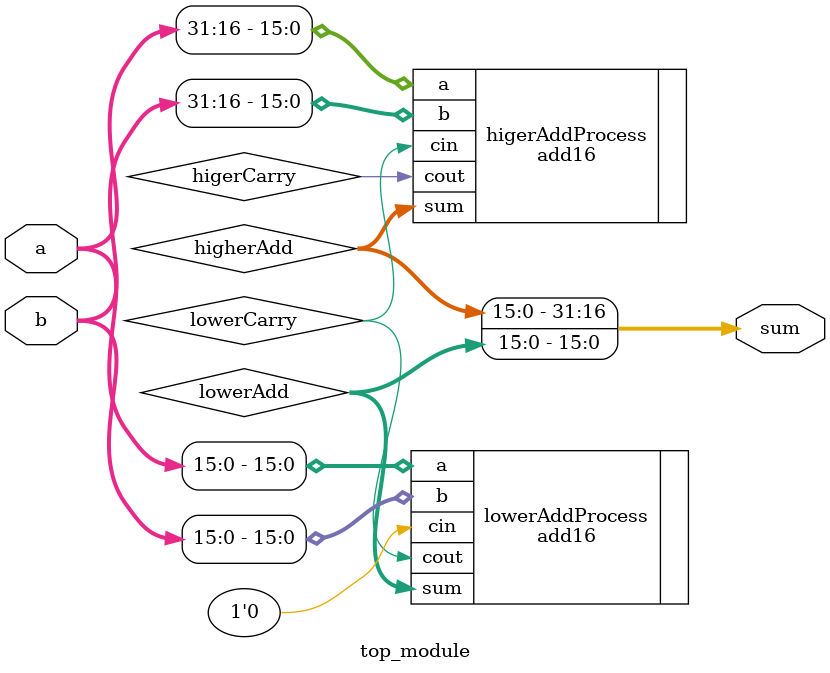
<source format=v>
module top_module(
    input [31:0] a,
    input [31:0] b,
    output [31:0] sum
);
    wire [15:0] lowerAdd, higherAdd;
    wire lowerCarry, higerCarry;

    add16 lowerAddProcess (
        .a(a[15:0]),
        .b(b[15:0]),
        .cin(1'b0),
        .sum(lowerAdd),
        .cout(lowerCarry)
    );

    add16 higerAddProcess(
        .a(a[31:16]),
        .b(b[31:16]),
        .cin(lowerCarry),
        .sum(higherAdd),
        .cout(higerCarry)
    );

    assign sum = { higherAdd, lowerAdd };

endmodule


// provided by question
// module add16 ( input[15:0] a, input[15:0] b, input cin, output[15:0] sum, output cout );
// endmodule
</source>
